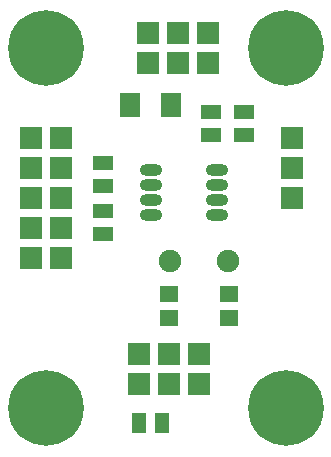
<source format=gbr>
%TF.GenerationSoftware,KiCad,Pcbnew,no-vcs-found-e5c4cfc~61~ubuntu16.04.1*%
%TF.CreationDate,2017-11-06T10:15:23+01:00*%
%TF.ProjectId,RTC03A,5254433033412E6B696361645F706362,REV*%
%TF.SameCoordinates,Original*%
%TF.FileFunction,Soldermask,Bot*%
%TF.FilePolarity,Negative*%
%FSLAX46Y46*%
G04 Gerber Fmt 4.6, Leading zero omitted, Abs format (unit mm)*
G04 Created by KiCad (PCBNEW no-vcs-found-e5c4cfc~61~ubuntu16.04.1) date Mon Nov  6 10:15:23 2017*
%MOMM*%
%LPD*%
G01*
G04 APERTURE LIST*
%ADD10C,1.901140*%
%ADD11R,1.797000X1.289000*%
%ADD12R,1.700480X2.099260*%
%ADD13R,1.650000X1.400000*%
%ADD14O,1.873200X1.009600*%
%ADD15R,1.289000X1.797000*%
%ADD16C,6.400000*%
%ADD17R,1.924000X1.924000*%
G04 APERTURE END LIST*
D10*
X15847060Y17272000D03*
X20728940Y17272000D03*
D11*
X22098000Y29908500D03*
X22098000Y28003500D03*
X19304000Y29908500D03*
X19304000Y28003500D03*
D12*
X15974060Y30480000D03*
X12473940Y30480000D03*
D13*
X20828000Y12462000D03*
X20828000Y14462000D03*
X15748000Y12462000D03*
X15748000Y14462000D03*
D14*
X14224000Y25019000D03*
X14224000Y23749000D03*
X14224000Y22479000D03*
X14224000Y21209000D03*
X19812000Y21209000D03*
X19812000Y22479000D03*
X19812000Y23749000D03*
X19812000Y25019000D03*
D15*
X15176500Y3556000D03*
X13271500Y3556000D03*
D11*
X10160000Y25590500D03*
X10160000Y23685500D03*
D16*
X25654000Y35306000D03*
X5334000Y35306000D03*
X25654000Y4826000D03*
X5334000Y4826000D03*
D17*
X18288000Y9398000D03*
X18288000Y6858000D03*
X15748000Y9398000D03*
X15748000Y6858000D03*
X13208000Y6858000D03*
X13208000Y9398000D03*
X6604000Y17526000D03*
X4064000Y17526000D03*
X6604000Y20066000D03*
X4064000Y20066000D03*
X6604000Y22606000D03*
X4064000Y22606000D03*
X6604000Y25146000D03*
X4064000Y25146000D03*
X6604000Y27686000D03*
X4064000Y27686000D03*
X13970000Y34036000D03*
X13970000Y36576000D03*
X16510000Y34036000D03*
X16510000Y36576000D03*
X19050000Y34036000D03*
X19050000Y36576000D03*
X26162000Y27686000D03*
X26162000Y25146000D03*
X26162000Y22606000D03*
D11*
X10160000Y21526500D03*
X10160000Y19621500D03*
M02*

</source>
